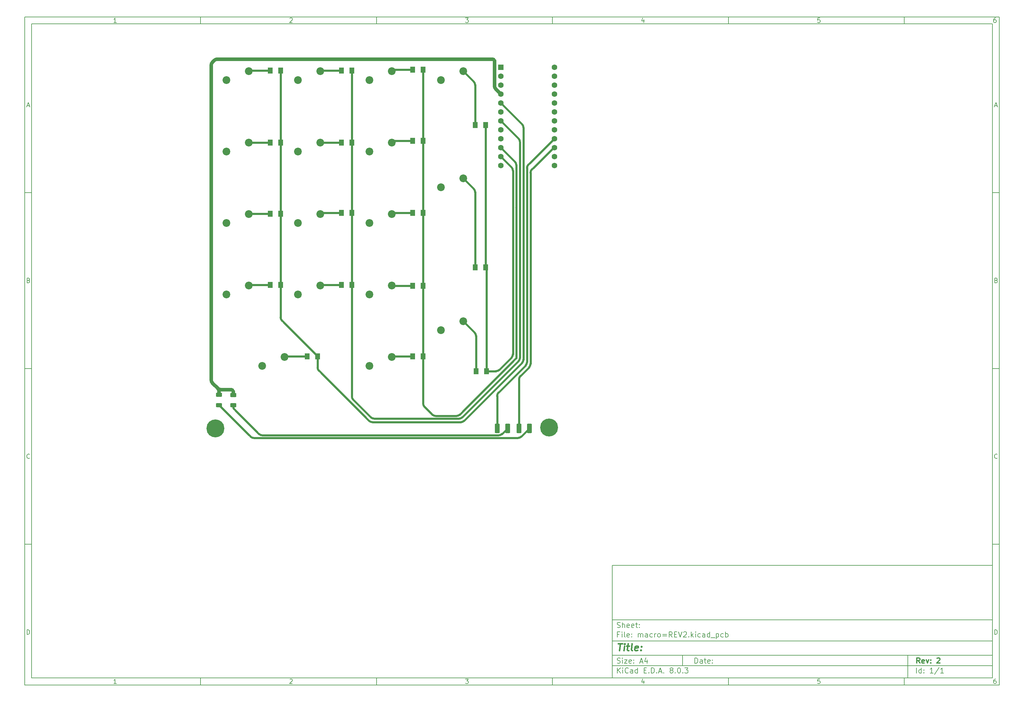
<source format=gbr>
%TF.GenerationSoftware,KiCad,Pcbnew,8.0.3*%
%TF.CreationDate,2024-06-20T00:33:24+02:00*%
%TF.ProjectId,macro=REV2,6d616372-6f3d-4524-9556-322e6b696361,2*%
%TF.SameCoordinates,Original*%
%TF.FileFunction,Copper,L1,Top*%
%TF.FilePolarity,Positive*%
%FSLAX46Y46*%
G04 Gerber Fmt 4.6, Leading zero omitted, Abs format (unit mm)*
G04 Created by KiCad (PCBNEW 8.0.3) date 2024-06-20 00:33:24*
%MOMM*%
%LPD*%
G01*
G04 APERTURE LIST*
G04 Aperture macros list*
%AMRoundRect*
0 Rectangle with rounded corners*
0 $1 Rounding radius*
0 $2 $3 $4 $5 $6 $7 $8 $9 X,Y pos of 4 corners*
0 Add a 4 corners polygon primitive as box body*
4,1,4,$2,$3,$4,$5,$6,$7,$8,$9,$2,$3,0*
0 Add four circle primitives for the rounded corners*
1,1,$1+$1,$2,$3*
1,1,$1+$1,$4,$5*
1,1,$1+$1,$6,$7*
1,1,$1+$1,$8,$9*
0 Add four rect primitives between the rounded corners*
20,1,$1+$1,$2,$3,$4,$5,0*
20,1,$1+$1,$4,$5,$6,$7,0*
20,1,$1+$1,$6,$7,$8,$9,0*
20,1,$1+$1,$8,$9,$2,$3,0*%
G04 Aperture macros list end*
%ADD10C,0.100000*%
%ADD11C,0.150000*%
%ADD12C,0.300000*%
%ADD13C,0.400000*%
%TA.AperFunction,SMDPad,CuDef*%
%ADD14RoundRect,0.250001X0.462499X0.624999X-0.462499X0.624999X-0.462499X-0.624999X0.462499X-0.624999X0*%
%TD*%
%TA.AperFunction,SMDPad,CuDef*%
%ADD15RoundRect,0.250000X0.625000X-0.312500X0.625000X0.312500X-0.625000X0.312500X-0.625000X-0.312500X0*%
%TD*%
%TA.AperFunction,ComponentPad*%
%ADD16C,2.200000*%
%TD*%
%TA.AperFunction,SMDPad,CuDef*%
%ADD17RoundRect,0.250001X0.462499X1.074999X-0.462499X1.074999X-0.462499X-1.074999X0.462499X-1.074999X0*%
%TD*%
%TA.AperFunction,ComponentPad*%
%ADD18R,1.600000X1.600000*%
%TD*%
%TA.AperFunction,ComponentPad*%
%ADD19C,1.600000*%
%TD*%
%TA.AperFunction,ViaPad*%
%ADD20C,5.100000*%
%TD*%
%TA.AperFunction,Conductor*%
%ADD21C,1.000000*%
%TD*%
%TA.AperFunction,Conductor*%
%ADD22C,0.250000*%
%TD*%
%TA.AperFunction,Conductor*%
%ADD23C,0.600000*%
%TD*%
G04 APERTURE END LIST*
D10*
D11*
X177002200Y-166007200D02*
X285002200Y-166007200D01*
X285002200Y-198007200D01*
X177002200Y-198007200D01*
X177002200Y-166007200D01*
D10*
D11*
X10000000Y-10000000D02*
X287002200Y-10000000D01*
X287002200Y-200007200D01*
X10000000Y-200007200D01*
X10000000Y-10000000D01*
D10*
D11*
X12000000Y-12000000D02*
X285002200Y-12000000D01*
X285002200Y-198007200D01*
X12000000Y-198007200D01*
X12000000Y-12000000D01*
D10*
D11*
X60000000Y-12000000D02*
X60000000Y-10000000D01*
D10*
D11*
X110000000Y-12000000D02*
X110000000Y-10000000D01*
D10*
D11*
X160000000Y-12000000D02*
X160000000Y-10000000D01*
D10*
D11*
X210000000Y-12000000D02*
X210000000Y-10000000D01*
D10*
D11*
X260000000Y-12000000D02*
X260000000Y-10000000D01*
D10*
D11*
X36089160Y-11593604D02*
X35346303Y-11593604D01*
X35717731Y-11593604D02*
X35717731Y-10293604D01*
X35717731Y-10293604D02*
X35593922Y-10479319D01*
X35593922Y-10479319D02*
X35470112Y-10603128D01*
X35470112Y-10603128D02*
X35346303Y-10665033D01*
D10*
D11*
X85346303Y-10417414D02*
X85408207Y-10355509D01*
X85408207Y-10355509D02*
X85532017Y-10293604D01*
X85532017Y-10293604D02*
X85841541Y-10293604D01*
X85841541Y-10293604D02*
X85965350Y-10355509D01*
X85965350Y-10355509D02*
X86027255Y-10417414D01*
X86027255Y-10417414D02*
X86089160Y-10541223D01*
X86089160Y-10541223D02*
X86089160Y-10665033D01*
X86089160Y-10665033D02*
X86027255Y-10850747D01*
X86027255Y-10850747D02*
X85284398Y-11593604D01*
X85284398Y-11593604D02*
X86089160Y-11593604D01*
D10*
D11*
X135284398Y-10293604D02*
X136089160Y-10293604D01*
X136089160Y-10293604D02*
X135655826Y-10788842D01*
X135655826Y-10788842D02*
X135841541Y-10788842D01*
X135841541Y-10788842D02*
X135965350Y-10850747D01*
X135965350Y-10850747D02*
X136027255Y-10912652D01*
X136027255Y-10912652D02*
X136089160Y-11036461D01*
X136089160Y-11036461D02*
X136089160Y-11345985D01*
X136089160Y-11345985D02*
X136027255Y-11469795D01*
X136027255Y-11469795D02*
X135965350Y-11531700D01*
X135965350Y-11531700D02*
X135841541Y-11593604D01*
X135841541Y-11593604D02*
X135470112Y-11593604D01*
X135470112Y-11593604D02*
X135346303Y-11531700D01*
X135346303Y-11531700D02*
X135284398Y-11469795D01*
D10*
D11*
X185965350Y-10726938D02*
X185965350Y-11593604D01*
X185655826Y-10231700D02*
X185346303Y-11160271D01*
X185346303Y-11160271D02*
X186151064Y-11160271D01*
D10*
D11*
X236027255Y-10293604D02*
X235408207Y-10293604D01*
X235408207Y-10293604D02*
X235346303Y-10912652D01*
X235346303Y-10912652D02*
X235408207Y-10850747D01*
X235408207Y-10850747D02*
X235532017Y-10788842D01*
X235532017Y-10788842D02*
X235841541Y-10788842D01*
X235841541Y-10788842D02*
X235965350Y-10850747D01*
X235965350Y-10850747D02*
X236027255Y-10912652D01*
X236027255Y-10912652D02*
X236089160Y-11036461D01*
X236089160Y-11036461D02*
X236089160Y-11345985D01*
X236089160Y-11345985D02*
X236027255Y-11469795D01*
X236027255Y-11469795D02*
X235965350Y-11531700D01*
X235965350Y-11531700D02*
X235841541Y-11593604D01*
X235841541Y-11593604D02*
X235532017Y-11593604D01*
X235532017Y-11593604D02*
X235408207Y-11531700D01*
X235408207Y-11531700D02*
X235346303Y-11469795D01*
D10*
D11*
X285965350Y-10293604D02*
X285717731Y-10293604D01*
X285717731Y-10293604D02*
X285593922Y-10355509D01*
X285593922Y-10355509D02*
X285532017Y-10417414D01*
X285532017Y-10417414D02*
X285408207Y-10603128D01*
X285408207Y-10603128D02*
X285346303Y-10850747D01*
X285346303Y-10850747D02*
X285346303Y-11345985D01*
X285346303Y-11345985D02*
X285408207Y-11469795D01*
X285408207Y-11469795D02*
X285470112Y-11531700D01*
X285470112Y-11531700D02*
X285593922Y-11593604D01*
X285593922Y-11593604D02*
X285841541Y-11593604D01*
X285841541Y-11593604D02*
X285965350Y-11531700D01*
X285965350Y-11531700D02*
X286027255Y-11469795D01*
X286027255Y-11469795D02*
X286089160Y-11345985D01*
X286089160Y-11345985D02*
X286089160Y-11036461D01*
X286089160Y-11036461D02*
X286027255Y-10912652D01*
X286027255Y-10912652D02*
X285965350Y-10850747D01*
X285965350Y-10850747D02*
X285841541Y-10788842D01*
X285841541Y-10788842D02*
X285593922Y-10788842D01*
X285593922Y-10788842D02*
X285470112Y-10850747D01*
X285470112Y-10850747D02*
X285408207Y-10912652D01*
X285408207Y-10912652D02*
X285346303Y-11036461D01*
D10*
D11*
X60000000Y-198007200D02*
X60000000Y-200007200D01*
D10*
D11*
X110000000Y-198007200D02*
X110000000Y-200007200D01*
D10*
D11*
X160000000Y-198007200D02*
X160000000Y-200007200D01*
D10*
D11*
X210000000Y-198007200D02*
X210000000Y-200007200D01*
D10*
D11*
X260000000Y-198007200D02*
X260000000Y-200007200D01*
D10*
D11*
X36089160Y-199600804D02*
X35346303Y-199600804D01*
X35717731Y-199600804D02*
X35717731Y-198300804D01*
X35717731Y-198300804D02*
X35593922Y-198486519D01*
X35593922Y-198486519D02*
X35470112Y-198610328D01*
X35470112Y-198610328D02*
X35346303Y-198672233D01*
D10*
D11*
X85346303Y-198424614D02*
X85408207Y-198362709D01*
X85408207Y-198362709D02*
X85532017Y-198300804D01*
X85532017Y-198300804D02*
X85841541Y-198300804D01*
X85841541Y-198300804D02*
X85965350Y-198362709D01*
X85965350Y-198362709D02*
X86027255Y-198424614D01*
X86027255Y-198424614D02*
X86089160Y-198548423D01*
X86089160Y-198548423D02*
X86089160Y-198672233D01*
X86089160Y-198672233D02*
X86027255Y-198857947D01*
X86027255Y-198857947D02*
X85284398Y-199600804D01*
X85284398Y-199600804D02*
X86089160Y-199600804D01*
D10*
D11*
X135284398Y-198300804D02*
X136089160Y-198300804D01*
X136089160Y-198300804D02*
X135655826Y-198796042D01*
X135655826Y-198796042D02*
X135841541Y-198796042D01*
X135841541Y-198796042D02*
X135965350Y-198857947D01*
X135965350Y-198857947D02*
X136027255Y-198919852D01*
X136027255Y-198919852D02*
X136089160Y-199043661D01*
X136089160Y-199043661D02*
X136089160Y-199353185D01*
X136089160Y-199353185D02*
X136027255Y-199476995D01*
X136027255Y-199476995D02*
X135965350Y-199538900D01*
X135965350Y-199538900D02*
X135841541Y-199600804D01*
X135841541Y-199600804D02*
X135470112Y-199600804D01*
X135470112Y-199600804D02*
X135346303Y-199538900D01*
X135346303Y-199538900D02*
X135284398Y-199476995D01*
D10*
D11*
X185965350Y-198734138D02*
X185965350Y-199600804D01*
X185655826Y-198238900D02*
X185346303Y-199167471D01*
X185346303Y-199167471D02*
X186151064Y-199167471D01*
D10*
D11*
X236027255Y-198300804D02*
X235408207Y-198300804D01*
X235408207Y-198300804D02*
X235346303Y-198919852D01*
X235346303Y-198919852D02*
X235408207Y-198857947D01*
X235408207Y-198857947D02*
X235532017Y-198796042D01*
X235532017Y-198796042D02*
X235841541Y-198796042D01*
X235841541Y-198796042D02*
X235965350Y-198857947D01*
X235965350Y-198857947D02*
X236027255Y-198919852D01*
X236027255Y-198919852D02*
X236089160Y-199043661D01*
X236089160Y-199043661D02*
X236089160Y-199353185D01*
X236089160Y-199353185D02*
X236027255Y-199476995D01*
X236027255Y-199476995D02*
X235965350Y-199538900D01*
X235965350Y-199538900D02*
X235841541Y-199600804D01*
X235841541Y-199600804D02*
X235532017Y-199600804D01*
X235532017Y-199600804D02*
X235408207Y-199538900D01*
X235408207Y-199538900D02*
X235346303Y-199476995D01*
D10*
D11*
X285965350Y-198300804D02*
X285717731Y-198300804D01*
X285717731Y-198300804D02*
X285593922Y-198362709D01*
X285593922Y-198362709D02*
X285532017Y-198424614D01*
X285532017Y-198424614D02*
X285408207Y-198610328D01*
X285408207Y-198610328D02*
X285346303Y-198857947D01*
X285346303Y-198857947D02*
X285346303Y-199353185D01*
X285346303Y-199353185D02*
X285408207Y-199476995D01*
X285408207Y-199476995D02*
X285470112Y-199538900D01*
X285470112Y-199538900D02*
X285593922Y-199600804D01*
X285593922Y-199600804D02*
X285841541Y-199600804D01*
X285841541Y-199600804D02*
X285965350Y-199538900D01*
X285965350Y-199538900D02*
X286027255Y-199476995D01*
X286027255Y-199476995D02*
X286089160Y-199353185D01*
X286089160Y-199353185D02*
X286089160Y-199043661D01*
X286089160Y-199043661D02*
X286027255Y-198919852D01*
X286027255Y-198919852D02*
X285965350Y-198857947D01*
X285965350Y-198857947D02*
X285841541Y-198796042D01*
X285841541Y-198796042D02*
X285593922Y-198796042D01*
X285593922Y-198796042D02*
X285470112Y-198857947D01*
X285470112Y-198857947D02*
X285408207Y-198919852D01*
X285408207Y-198919852D02*
X285346303Y-199043661D01*
D10*
D11*
X10000000Y-60000000D02*
X12000000Y-60000000D01*
D10*
D11*
X10000000Y-110000000D02*
X12000000Y-110000000D01*
D10*
D11*
X10000000Y-160000000D02*
X12000000Y-160000000D01*
D10*
D11*
X10690476Y-35222176D02*
X11309523Y-35222176D01*
X10566666Y-35593604D02*
X10999999Y-34293604D01*
X10999999Y-34293604D02*
X11433333Y-35593604D01*
D10*
D11*
X11092857Y-84912652D02*
X11278571Y-84974557D01*
X11278571Y-84974557D02*
X11340476Y-85036461D01*
X11340476Y-85036461D02*
X11402380Y-85160271D01*
X11402380Y-85160271D02*
X11402380Y-85345985D01*
X11402380Y-85345985D02*
X11340476Y-85469795D01*
X11340476Y-85469795D02*
X11278571Y-85531700D01*
X11278571Y-85531700D02*
X11154761Y-85593604D01*
X11154761Y-85593604D02*
X10659523Y-85593604D01*
X10659523Y-85593604D02*
X10659523Y-84293604D01*
X10659523Y-84293604D02*
X11092857Y-84293604D01*
X11092857Y-84293604D02*
X11216666Y-84355509D01*
X11216666Y-84355509D02*
X11278571Y-84417414D01*
X11278571Y-84417414D02*
X11340476Y-84541223D01*
X11340476Y-84541223D02*
X11340476Y-84665033D01*
X11340476Y-84665033D02*
X11278571Y-84788842D01*
X11278571Y-84788842D02*
X11216666Y-84850747D01*
X11216666Y-84850747D02*
X11092857Y-84912652D01*
X11092857Y-84912652D02*
X10659523Y-84912652D01*
D10*
D11*
X11402380Y-135469795D02*
X11340476Y-135531700D01*
X11340476Y-135531700D02*
X11154761Y-135593604D01*
X11154761Y-135593604D02*
X11030952Y-135593604D01*
X11030952Y-135593604D02*
X10845238Y-135531700D01*
X10845238Y-135531700D02*
X10721428Y-135407890D01*
X10721428Y-135407890D02*
X10659523Y-135284080D01*
X10659523Y-135284080D02*
X10597619Y-135036461D01*
X10597619Y-135036461D02*
X10597619Y-134850747D01*
X10597619Y-134850747D02*
X10659523Y-134603128D01*
X10659523Y-134603128D02*
X10721428Y-134479319D01*
X10721428Y-134479319D02*
X10845238Y-134355509D01*
X10845238Y-134355509D02*
X11030952Y-134293604D01*
X11030952Y-134293604D02*
X11154761Y-134293604D01*
X11154761Y-134293604D02*
X11340476Y-134355509D01*
X11340476Y-134355509D02*
X11402380Y-134417414D01*
D10*
D11*
X10659523Y-185593604D02*
X10659523Y-184293604D01*
X10659523Y-184293604D02*
X10969047Y-184293604D01*
X10969047Y-184293604D02*
X11154761Y-184355509D01*
X11154761Y-184355509D02*
X11278571Y-184479319D01*
X11278571Y-184479319D02*
X11340476Y-184603128D01*
X11340476Y-184603128D02*
X11402380Y-184850747D01*
X11402380Y-184850747D02*
X11402380Y-185036461D01*
X11402380Y-185036461D02*
X11340476Y-185284080D01*
X11340476Y-185284080D02*
X11278571Y-185407890D01*
X11278571Y-185407890D02*
X11154761Y-185531700D01*
X11154761Y-185531700D02*
X10969047Y-185593604D01*
X10969047Y-185593604D02*
X10659523Y-185593604D01*
D10*
D11*
X287002200Y-60000000D02*
X285002200Y-60000000D01*
D10*
D11*
X287002200Y-110000000D02*
X285002200Y-110000000D01*
D10*
D11*
X287002200Y-160000000D02*
X285002200Y-160000000D01*
D10*
D11*
X285692676Y-35222176D02*
X286311723Y-35222176D01*
X285568866Y-35593604D02*
X286002199Y-34293604D01*
X286002199Y-34293604D02*
X286435533Y-35593604D01*
D10*
D11*
X286095057Y-84912652D02*
X286280771Y-84974557D01*
X286280771Y-84974557D02*
X286342676Y-85036461D01*
X286342676Y-85036461D02*
X286404580Y-85160271D01*
X286404580Y-85160271D02*
X286404580Y-85345985D01*
X286404580Y-85345985D02*
X286342676Y-85469795D01*
X286342676Y-85469795D02*
X286280771Y-85531700D01*
X286280771Y-85531700D02*
X286156961Y-85593604D01*
X286156961Y-85593604D02*
X285661723Y-85593604D01*
X285661723Y-85593604D02*
X285661723Y-84293604D01*
X285661723Y-84293604D02*
X286095057Y-84293604D01*
X286095057Y-84293604D02*
X286218866Y-84355509D01*
X286218866Y-84355509D02*
X286280771Y-84417414D01*
X286280771Y-84417414D02*
X286342676Y-84541223D01*
X286342676Y-84541223D02*
X286342676Y-84665033D01*
X286342676Y-84665033D02*
X286280771Y-84788842D01*
X286280771Y-84788842D02*
X286218866Y-84850747D01*
X286218866Y-84850747D02*
X286095057Y-84912652D01*
X286095057Y-84912652D02*
X285661723Y-84912652D01*
D10*
D11*
X286404580Y-135469795D02*
X286342676Y-135531700D01*
X286342676Y-135531700D02*
X286156961Y-135593604D01*
X286156961Y-135593604D02*
X286033152Y-135593604D01*
X286033152Y-135593604D02*
X285847438Y-135531700D01*
X285847438Y-135531700D02*
X285723628Y-135407890D01*
X285723628Y-135407890D02*
X285661723Y-135284080D01*
X285661723Y-135284080D02*
X285599819Y-135036461D01*
X285599819Y-135036461D02*
X285599819Y-134850747D01*
X285599819Y-134850747D02*
X285661723Y-134603128D01*
X285661723Y-134603128D02*
X285723628Y-134479319D01*
X285723628Y-134479319D02*
X285847438Y-134355509D01*
X285847438Y-134355509D02*
X286033152Y-134293604D01*
X286033152Y-134293604D02*
X286156961Y-134293604D01*
X286156961Y-134293604D02*
X286342676Y-134355509D01*
X286342676Y-134355509D02*
X286404580Y-134417414D01*
D10*
D11*
X285661723Y-185593604D02*
X285661723Y-184293604D01*
X285661723Y-184293604D02*
X285971247Y-184293604D01*
X285971247Y-184293604D02*
X286156961Y-184355509D01*
X286156961Y-184355509D02*
X286280771Y-184479319D01*
X286280771Y-184479319D02*
X286342676Y-184603128D01*
X286342676Y-184603128D02*
X286404580Y-184850747D01*
X286404580Y-184850747D02*
X286404580Y-185036461D01*
X286404580Y-185036461D02*
X286342676Y-185284080D01*
X286342676Y-185284080D02*
X286280771Y-185407890D01*
X286280771Y-185407890D02*
X286156961Y-185531700D01*
X286156961Y-185531700D02*
X285971247Y-185593604D01*
X285971247Y-185593604D02*
X285661723Y-185593604D01*
D10*
D11*
X200458026Y-193793328D02*
X200458026Y-192293328D01*
X200458026Y-192293328D02*
X200815169Y-192293328D01*
X200815169Y-192293328D02*
X201029455Y-192364757D01*
X201029455Y-192364757D02*
X201172312Y-192507614D01*
X201172312Y-192507614D02*
X201243741Y-192650471D01*
X201243741Y-192650471D02*
X201315169Y-192936185D01*
X201315169Y-192936185D02*
X201315169Y-193150471D01*
X201315169Y-193150471D02*
X201243741Y-193436185D01*
X201243741Y-193436185D02*
X201172312Y-193579042D01*
X201172312Y-193579042D02*
X201029455Y-193721900D01*
X201029455Y-193721900D02*
X200815169Y-193793328D01*
X200815169Y-193793328D02*
X200458026Y-193793328D01*
X202600884Y-193793328D02*
X202600884Y-193007614D01*
X202600884Y-193007614D02*
X202529455Y-192864757D01*
X202529455Y-192864757D02*
X202386598Y-192793328D01*
X202386598Y-192793328D02*
X202100884Y-192793328D01*
X202100884Y-192793328D02*
X201958026Y-192864757D01*
X202600884Y-193721900D02*
X202458026Y-193793328D01*
X202458026Y-193793328D02*
X202100884Y-193793328D01*
X202100884Y-193793328D02*
X201958026Y-193721900D01*
X201958026Y-193721900D02*
X201886598Y-193579042D01*
X201886598Y-193579042D02*
X201886598Y-193436185D01*
X201886598Y-193436185D02*
X201958026Y-193293328D01*
X201958026Y-193293328D02*
X202100884Y-193221900D01*
X202100884Y-193221900D02*
X202458026Y-193221900D01*
X202458026Y-193221900D02*
X202600884Y-193150471D01*
X203100884Y-192793328D02*
X203672312Y-192793328D01*
X203315169Y-192293328D02*
X203315169Y-193579042D01*
X203315169Y-193579042D02*
X203386598Y-193721900D01*
X203386598Y-193721900D02*
X203529455Y-193793328D01*
X203529455Y-193793328D02*
X203672312Y-193793328D01*
X204743741Y-193721900D02*
X204600884Y-193793328D01*
X204600884Y-193793328D02*
X204315170Y-193793328D01*
X204315170Y-193793328D02*
X204172312Y-193721900D01*
X204172312Y-193721900D02*
X204100884Y-193579042D01*
X204100884Y-193579042D02*
X204100884Y-193007614D01*
X204100884Y-193007614D02*
X204172312Y-192864757D01*
X204172312Y-192864757D02*
X204315170Y-192793328D01*
X204315170Y-192793328D02*
X204600884Y-192793328D01*
X204600884Y-192793328D02*
X204743741Y-192864757D01*
X204743741Y-192864757D02*
X204815170Y-193007614D01*
X204815170Y-193007614D02*
X204815170Y-193150471D01*
X204815170Y-193150471D02*
X204100884Y-193293328D01*
X205458026Y-193650471D02*
X205529455Y-193721900D01*
X205529455Y-193721900D02*
X205458026Y-193793328D01*
X205458026Y-193793328D02*
X205386598Y-193721900D01*
X205386598Y-193721900D02*
X205458026Y-193650471D01*
X205458026Y-193650471D02*
X205458026Y-193793328D01*
X205458026Y-192864757D02*
X205529455Y-192936185D01*
X205529455Y-192936185D02*
X205458026Y-193007614D01*
X205458026Y-193007614D02*
X205386598Y-192936185D01*
X205386598Y-192936185D02*
X205458026Y-192864757D01*
X205458026Y-192864757D02*
X205458026Y-193007614D01*
D10*
D11*
X177002200Y-194507200D02*
X285002200Y-194507200D01*
D10*
D11*
X178458026Y-196593328D02*
X178458026Y-195093328D01*
X179315169Y-196593328D02*
X178672312Y-195736185D01*
X179315169Y-195093328D02*
X178458026Y-195950471D01*
X179958026Y-196593328D02*
X179958026Y-195593328D01*
X179958026Y-195093328D02*
X179886598Y-195164757D01*
X179886598Y-195164757D02*
X179958026Y-195236185D01*
X179958026Y-195236185D02*
X180029455Y-195164757D01*
X180029455Y-195164757D02*
X179958026Y-195093328D01*
X179958026Y-195093328D02*
X179958026Y-195236185D01*
X181529455Y-196450471D02*
X181458027Y-196521900D01*
X181458027Y-196521900D02*
X181243741Y-196593328D01*
X181243741Y-196593328D02*
X181100884Y-196593328D01*
X181100884Y-196593328D02*
X180886598Y-196521900D01*
X180886598Y-196521900D02*
X180743741Y-196379042D01*
X180743741Y-196379042D02*
X180672312Y-196236185D01*
X180672312Y-196236185D02*
X180600884Y-195950471D01*
X180600884Y-195950471D02*
X180600884Y-195736185D01*
X180600884Y-195736185D02*
X180672312Y-195450471D01*
X180672312Y-195450471D02*
X180743741Y-195307614D01*
X180743741Y-195307614D02*
X180886598Y-195164757D01*
X180886598Y-195164757D02*
X181100884Y-195093328D01*
X181100884Y-195093328D02*
X181243741Y-195093328D01*
X181243741Y-195093328D02*
X181458027Y-195164757D01*
X181458027Y-195164757D02*
X181529455Y-195236185D01*
X182815170Y-196593328D02*
X182815170Y-195807614D01*
X182815170Y-195807614D02*
X182743741Y-195664757D01*
X182743741Y-195664757D02*
X182600884Y-195593328D01*
X182600884Y-195593328D02*
X182315170Y-195593328D01*
X182315170Y-195593328D02*
X182172312Y-195664757D01*
X182815170Y-196521900D02*
X182672312Y-196593328D01*
X182672312Y-196593328D02*
X182315170Y-196593328D01*
X182315170Y-196593328D02*
X182172312Y-196521900D01*
X182172312Y-196521900D02*
X182100884Y-196379042D01*
X182100884Y-196379042D02*
X182100884Y-196236185D01*
X182100884Y-196236185D02*
X182172312Y-196093328D01*
X182172312Y-196093328D02*
X182315170Y-196021900D01*
X182315170Y-196021900D02*
X182672312Y-196021900D01*
X182672312Y-196021900D02*
X182815170Y-195950471D01*
X184172313Y-196593328D02*
X184172313Y-195093328D01*
X184172313Y-196521900D02*
X184029455Y-196593328D01*
X184029455Y-196593328D02*
X183743741Y-196593328D01*
X183743741Y-196593328D02*
X183600884Y-196521900D01*
X183600884Y-196521900D02*
X183529455Y-196450471D01*
X183529455Y-196450471D02*
X183458027Y-196307614D01*
X183458027Y-196307614D02*
X183458027Y-195879042D01*
X183458027Y-195879042D02*
X183529455Y-195736185D01*
X183529455Y-195736185D02*
X183600884Y-195664757D01*
X183600884Y-195664757D02*
X183743741Y-195593328D01*
X183743741Y-195593328D02*
X184029455Y-195593328D01*
X184029455Y-195593328D02*
X184172313Y-195664757D01*
X186029455Y-195807614D02*
X186529455Y-195807614D01*
X186743741Y-196593328D02*
X186029455Y-196593328D01*
X186029455Y-196593328D02*
X186029455Y-195093328D01*
X186029455Y-195093328D02*
X186743741Y-195093328D01*
X187386598Y-196450471D02*
X187458027Y-196521900D01*
X187458027Y-196521900D02*
X187386598Y-196593328D01*
X187386598Y-196593328D02*
X187315170Y-196521900D01*
X187315170Y-196521900D02*
X187386598Y-196450471D01*
X187386598Y-196450471D02*
X187386598Y-196593328D01*
X188100884Y-196593328D02*
X188100884Y-195093328D01*
X188100884Y-195093328D02*
X188458027Y-195093328D01*
X188458027Y-195093328D02*
X188672313Y-195164757D01*
X188672313Y-195164757D02*
X188815170Y-195307614D01*
X188815170Y-195307614D02*
X188886599Y-195450471D01*
X188886599Y-195450471D02*
X188958027Y-195736185D01*
X188958027Y-195736185D02*
X188958027Y-195950471D01*
X188958027Y-195950471D02*
X188886599Y-196236185D01*
X188886599Y-196236185D02*
X188815170Y-196379042D01*
X188815170Y-196379042D02*
X188672313Y-196521900D01*
X188672313Y-196521900D02*
X188458027Y-196593328D01*
X188458027Y-196593328D02*
X188100884Y-196593328D01*
X189600884Y-196450471D02*
X189672313Y-196521900D01*
X189672313Y-196521900D02*
X189600884Y-196593328D01*
X189600884Y-196593328D02*
X189529456Y-196521900D01*
X189529456Y-196521900D02*
X189600884Y-196450471D01*
X189600884Y-196450471D02*
X189600884Y-196593328D01*
X190243742Y-196164757D02*
X190958028Y-196164757D01*
X190100885Y-196593328D02*
X190600885Y-195093328D01*
X190600885Y-195093328D02*
X191100885Y-196593328D01*
X191600884Y-196450471D02*
X191672313Y-196521900D01*
X191672313Y-196521900D02*
X191600884Y-196593328D01*
X191600884Y-196593328D02*
X191529456Y-196521900D01*
X191529456Y-196521900D02*
X191600884Y-196450471D01*
X191600884Y-196450471D02*
X191600884Y-196593328D01*
X193672313Y-195736185D02*
X193529456Y-195664757D01*
X193529456Y-195664757D02*
X193458027Y-195593328D01*
X193458027Y-195593328D02*
X193386599Y-195450471D01*
X193386599Y-195450471D02*
X193386599Y-195379042D01*
X193386599Y-195379042D02*
X193458027Y-195236185D01*
X193458027Y-195236185D02*
X193529456Y-195164757D01*
X193529456Y-195164757D02*
X193672313Y-195093328D01*
X193672313Y-195093328D02*
X193958027Y-195093328D01*
X193958027Y-195093328D02*
X194100885Y-195164757D01*
X194100885Y-195164757D02*
X194172313Y-195236185D01*
X194172313Y-195236185D02*
X194243742Y-195379042D01*
X194243742Y-195379042D02*
X194243742Y-195450471D01*
X194243742Y-195450471D02*
X194172313Y-195593328D01*
X194172313Y-195593328D02*
X194100885Y-195664757D01*
X194100885Y-195664757D02*
X193958027Y-195736185D01*
X193958027Y-195736185D02*
X193672313Y-195736185D01*
X193672313Y-195736185D02*
X193529456Y-195807614D01*
X193529456Y-195807614D02*
X193458027Y-195879042D01*
X193458027Y-195879042D02*
X193386599Y-196021900D01*
X193386599Y-196021900D02*
X193386599Y-196307614D01*
X193386599Y-196307614D02*
X193458027Y-196450471D01*
X193458027Y-196450471D02*
X193529456Y-196521900D01*
X193529456Y-196521900D02*
X193672313Y-196593328D01*
X193672313Y-196593328D02*
X193958027Y-196593328D01*
X193958027Y-196593328D02*
X194100885Y-196521900D01*
X194100885Y-196521900D02*
X194172313Y-196450471D01*
X194172313Y-196450471D02*
X194243742Y-196307614D01*
X194243742Y-196307614D02*
X194243742Y-196021900D01*
X194243742Y-196021900D02*
X194172313Y-195879042D01*
X194172313Y-195879042D02*
X194100885Y-195807614D01*
X194100885Y-195807614D02*
X193958027Y-195736185D01*
X194886598Y-196450471D02*
X194958027Y-196521900D01*
X194958027Y-196521900D02*
X194886598Y-196593328D01*
X194886598Y-196593328D02*
X194815170Y-196521900D01*
X194815170Y-196521900D02*
X194886598Y-196450471D01*
X194886598Y-196450471D02*
X194886598Y-196593328D01*
X195886599Y-195093328D02*
X196029456Y-195093328D01*
X196029456Y-195093328D02*
X196172313Y-195164757D01*
X196172313Y-195164757D02*
X196243742Y-195236185D01*
X196243742Y-195236185D02*
X196315170Y-195379042D01*
X196315170Y-195379042D02*
X196386599Y-195664757D01*
X196386599Y-195664757D02*
X196386599Y-196021900D01*
X196386599Y-196021900D02*
X196315170Y-196307614D01*
X196315170Y-196307614D02*
X196243742Y-196450471D01*
X196243742Y-196450471D02*
X196172313Y-196521900D01*
X196172313Y-196521900D02*
X196029456Y-196593328D01*
X196029456Y-196593328D02*
X195886599Y-196593328D01*
X195886599Y-196593328D02*
X195743742Y-196521900D01*
X195743742Y-196521900D02*
X195672313Y-196450471D01*
X195672313Y-196450471D02*
X195600884Y-196307614D01*
X195600884Y-196307614D02*
X195529456Y-196021900D01*
X195529456Y-196021900D02*
X195529456Y-195664757D01*
X195529456Y-195664757D02*
X195600884Y-195379042D01*
X195600884Y-195379042D02*
X195672313Y-195236185D01*
X195672313Y-195236185D02*
X195743742Y-195164757D01*
X195743742Y-195164757D02*
X195886599Y-195093328D01*
X197029455Y-196450471D02*
X197100884Y-196521900D01*
X197100884Y-196521900D02*
X197029455Y-196593328D01*
X197029455Y-196593328D02*
X196958027Y-196521900D01*
X196958027Y-196521900D02*
X197029455Y-196450471D01*
X197029455Y-196450471D02*
X197029455Y-196593328D01*
X197600884Y-195093328D02*
X198529456Y-195093328D01*
X198529456Y-195093328D02*
X198029456Y-195664757D01*
X198029456Y-195664757D02*
X198243741Y-195664757D01*
X198243741Y-195664757D02*
X198386599Y-195736185D01*
X198386599Y-195736185D02*
X198458027Y-195807614D01*
X198458027Y-195807614D02*
X198529456Y-195950471D01*
X198529456Y-195950471D02*
X198529456Y-196307614D01*
X198529456Y-196307614D02*
X198458027Y-196450471D01*
X198458027Y-196450471D02*
X198386599Y-196521900D01*
X198386599Y-196521900D02*
X198243741Y-196593328D01*
X198243741Y-196593328D02*
X197815170Y-196593328D01*
X197815170Y-196593328D02*
X197672313Y-196521900D01*
X197672313Y-196521900D02*
X197600884Y-196450471D01*
D10*
D11*
X177002200Y-191507200D02*
X285002200Y-191507200D01*
D10*
D12*
X264413853Y-193785528D02*
X263913853Y-193071242D01*
X263556710Y-193785528D02*
X263556710Y-192285528D01*
X263556710Y-192285528D02*
X264128139Y-192285528D01*
X264128139Y-192285528D02*
X264270996Y-192356957D01*
X264270996Y-192356957D02*
X264342425Y-192428385D01*
X264342425Y-192428385D02*
X264413853Y-192571242D01*
X264413853Y-192571242D02*
X264413853Y-192785528D01*
X264413853Y-192785528D02*
X264342425Y-192928385D01*
X264342425Y-192928385D02*
X264270996Y-192999814D01*
X264270996Y-192999814D02*
X264128139Y-193071242D01*
X264128139Y-193071242D02*
X263556710Y-193071242D01*
X265628139Y-193714100D02*
X265485282Y-193785528D01*
X265485282Y-193785528D02*
X265199568Y-193785528D01*
X265199568Y-193785528D02*
X265056710Y-193714100D01*
X265056710Y-193714100D02*
X264985282Y-193571242D01*
X264985282Y-193571242D02*
X264985282Y-192999814D01*
X264985282Y-192999814D02*
X265056710Y-192856957D01*
X265056710Y-192856957D02*
X265199568Y-192785528D01*
X265199568Y-192785528D02*
X265485282Y-192785528D01*
X265485282Y-192785528D02*
X265628139Y-192856957D01*
X265628139Y-192856957D02*
X265699568Y-192999814D01*
X265699568Y-192999814D02*
X265699568Y-193142671D01*
X265699568Y-193142671D02*
X264985282Y-193285528D01*
X266199567Y-192785528D02*
X266556710Y-193785528D01*
X266556710Y-193785528D02*
X266913853Y-192785528D01*
X267485281Y-193642671D02*
X267556710Y-193714100D01*
X267556710Y-193714100D02*
X267485281Y-193785528D01*
X267485281Y-193785528D02*
X267413853Y-193714100D01*
X267413853Y-193714100D02*
X267485281Y-193642671D01*
X267485281Y-193642671D02*
X267485281Y-193785528D01*
X267485281Y-192856957D02*
X267556710Y-192928385D01*
X267556710Y-192928385D02*
X267485281Y-192999814D01*
X267485281Y-192999814D02*
X267413853Y-192928385D01*
X267413853Y-192928385D02*
X267485281Y-192856957D01*
X267485281Y-192856957D02*
X267485281Y-192999814D01*
X269270996Y-192428385D02*
X269342424Y-192356957D01*
X269342424Y-192356957D02*
X269485282Y-192285528D01*
X269485282Y-192285528D02*
X269842424Y-192285528D01*
X269842424Y-192285528D02*
X269985282Y-192356957D01*
X269985282Y-192356957D02*
X270056710Y-192428385D01*
X270056710Y-192428385D02*
X270128139Y-192571242D01*
X270128139Y-192571242D02*
X270128139Y-192714100D01*
X270128139Y-192714100D02*
X270056710Y-192928385D01*
X270056710Y-192928385D02*
X269199567Y-193785528D01*
X269199567Y-193785528D02*
X270128139Y-193785528D01*
D10*
D11*
X178386598Y-193721900D02*
X178600884Y-193793328D01*
X178600884Y-193793328D02*
X178958026Y-193793328D01*
X178958026Y-193793328D02*
X179100884Y-193721900D01*
X179100884Y-193721900D02*
X179172312Y-193650471D01*
X179172312Y-193650471D02*
X179243741Y-193507614D01*
X179243741Y-193507614D02*
X179243741Y-193364757D01*
X179243741Y-193364757D02*
X179172312Y-193221900D01*
X179172312Y-193221900D02*
X179100884Y-193150471D01*
X179100884Y-193150471D02*
X178958026Y-193079042D01*
X178958026Y-193079042D02*
X178672312Y-193007614D01*
X178672312Y-193007614D02*
X178529455Y-192936185D01*
X178529455Y-192936185D02*
X178458026Y-192864757D01*
X178458026Y-192864757D02*
X178386598Y-192721900D01*
X178386598Y-192721900D02*
X178386598Y-192579042D01*
X178386598Y-192579042D02*
X178458026Y-192436185D01*
X178458026Y-192436185D02*
X178529455Y-192364757D01*
X178529455Y-192364757D02*
X178672312Y-192293328D01*
X178672312Y-192293328D02*
X179029455Y-192293328D01*
X179029455Y-192293328D02*
X179243741Y-192364757D01*
X179886597Y-193793328D02*
X179886597Y-192793328D01*
X179886597Y-192293328D02*
X179815169Y-192364757D01*
X179815169Y-192364757D02*
X179886597Y-192436185D01*
X179886597Y-192436185D02*
X179958026Y-192364757D01*
X179958026Y-192364757D02*
X179886597Y-192293328D01*
X179886597Y-192293328D02*
X179886597Y-192436185D01*
X180458026Y-192793328D02*
X181243741Y-192793328D01*
X181243741Y-192793328D02*
X180458026Y-193793328D01*
X180458026Y-193793328D02*
X181243741Y-193793328D01*
X182386598Y-193721900D02*
X182243741Y-193793328D01*
X182243741Y-193793328D02*
X181958027Y-193793328D01*
X181958027Y-193793328D02*
X181815169Y-193721900D01*
X181815169Y-193721900D02*
X181743741Y-193579042D01*
X181743741Y-193579042D02*
X181743741Y-193007614D01*
X181743741Y-193007614D02*
X181815169Y-192864757D01*
X181815169Y-192864757D02*
X181958027Y-192793328D01*
X181958027Y-192793328D02*
X182243741Y-192793328D01*
X182243741Y-192793328D02*
X182386598Y-192864757D01*
X182386598Y-192864757D02*
X182458027Y-193007614D01*
X182458027Y-193007614D02*
X182458027Y-193150471D01*
X182458027Y-193150471D02*
X181743741Y-193293328D01*
X183100883Y-193650471D02*
X183172312Y-193721900D01*
X183172312Y-193721900D02*
X183100883Y-193793328D01*
X183100883Y-193793328D02*
X183029455Y-193721900D01*
X183029455Y-193721900D02*
X183100883Y-193650471D01*
X183100883Y-193650471D02*
X183100883Y-193793328D01*
X183100883Y-192864757D02*
X183172312Y-192936185D01*
X183172312Y-192936185D02*
X183100883Y-193007614D01*
X183100883Y-193007614D02*
X183029455Y-192936185D01*
X183029455Y-192936185D02*
X183100883Y-192864757D01*
X183100883Y-192864757D02*
X183100883Y-193007614D01*
X184886598Y-193364757D02*
X185600884Y-193364757D01*
X184743741Y-193793328D02*
X185243741Y-192293328D01*
X185243741Y-192293328D02*
X185743741Y-193793328D01*
X186886598Y-192793328D02*
X186886598Y-193793328D01*
X186529455Y-192221900D02*
X186172312Y-193293328D01*
X186172312Y-193293328D02*
X187100883Y-193293328D01*
D10*
D11*
X263458026Y-196593328D02*
X263458026Y-195093328D01*
X264815170Y-196593328D02*
X264815170Y-195093328D01*
X264815170Y-196521900D02*
X264672312Y-196593328D01*
X264672312Y-196593328D02*
X264386598Y-196593328D01*
X264386598Y-196593328D02*
X264243741Y-196521900D01*
X264243741Y-196521900D02*
X264172312Y-196450471D01*
X264172312Y-196450471D02*
X264100884Y-196307614D01*
X264100884Y-196307614D02*
X264100884Y-195879042D01*
X264100884Y-195879042D02*
X264172312Y-195736185D01*
X264172312Y-195736185D02*
X264243741Y-195664757D01*
X264243741Y-195664757D02*
X264386598Y-195593328D01*
X264386598Y-195593328D02*
X264672312Y-195593328D01*
X264672312Y-195593328D02*
X264815170Y-195664757D01*
X265529455Y-196450471D02*
X265600884Y-196521900D01*
X265600884Y-196521900D02*
X265529455Y-196593328D01*
X265529455Y-196593328D02*
X265458027Y-196521900D01*
X265458027Y-196521900D02*
X265529455Y-196450471D01*
X265529455Y-196450471D02*
X265529455Y-196593328D01*
X265529455Y-195664757D02*
X265600884Y-195736185D01*
X265600884Y-195736185D02*
X265529455Y-195807614D01*
X265529455Y-195807614D02*
X265458027Y-195736185D01*
X265458027Y-195736185D02*
X265529455Y-195664757D01*
X265529455Y-195664757D02*
X265529455Y-195807614D01*
X268172313Y-196593328D02*
X267315170Y-196593328D01*
X267743741Y-196593328D02*
X267743741Y-195093328D01*
X267743741Y-195093328D02*
X267600884Y-195307614D01*
X267600884Y-195307614D02*
X267458027Y-195450471D01*
X267458027Y-195450471D02*
X267315170Y-195521900D01*
X269886598Y-195021900D02*
X268600884Y-196950471D01*
X271172313Y-196593328D02*
X270315170Y-196593328D01*
X270743741Y-196593328D02*
X270743741Y-195093328D01*
X270743741Y-195093328D02*
X270600884Y-195307614D01*
X270600884Y-195307614D02*
X270458027Y-195450471D01*
X270458027Y-195450471D02*
X270315170Y-195521900D01*
D10*
D11*
X177002200Y-187507200D02*
X285002200Y-187507200D01*
D10*
D13*
X178693928Y-188211638D02*
X179836785Y-188211638D01*
X179015357Y-190211638D02*
X179265357Y-188211638D01*
X180253452Y-190211638D02*
X180420119Y-188878304D01*
X180503452Y-188211638D02*
X180396309Y-188306876D01*
X180396309Y-188306876D02*
X180479643Y-188402114D01*
X180479643Y-188402114D02*
X180586786Y-188306876D01*
X180586786Y-188306876D02*
X180503452Y-188211638D01*
X180503452Y-188211638D02*
X180479643Y-188402114D01*
X181086786Y-188878304D02*
X181848690Y-188878304D01*
X181455833Y-188211638D02*
X181241548Y-189925923D01*
X181241548Y-189925923D02*
X181312976Y-190116400D01*
X181312976Y-190116400D02*
X181491548Y-190211638D01*
X181491548Y-190211638D02*
X181682024Y-190211638D01*
X182634405Y-190211638D02*
X182455833Y-190116400D01*
X182455833Y-190116400D02*
X182384405Y-189925923D01*
X182384405Y-189925923D02*
X182598690Y-188211638D01*
X184170119Y-190116400D02*
X183967738Y-190211638D01*
X183967738Y-190211638D02*
X183586785Y-190211638D01*
X183586785Y-190211638D02*
X183408214Y-190116400D01*
X183408214Y-190116400D02*
X183336785Y-189925923D01*
X183336785Y-189925923D02*
X183432024Y-189164019D01*
X183432024Y-189164019D02*
X183551071Y-188973542D01*
X183551071Y-188973542D02*
X183753452Y-188878304D01*
X183753452Y-188878304D02*
X184134404Y-188878304D01*
X184134404Y-188878304D02*
X184312976Y-188973542D01*
X184312976Y-188973542D02*
X184384404Y-189164019D01*
X184384404Y-189164019D02*
X184360595Y-189354495D01*
X184360595Y-189354495D02*
X183384404Y-189544971D01*
X185134405Y-190021161D02*
X185217738Y-190116400D01*
X185217738Y-190116400D02*
X185110595Y-190211638D01*
X185110595Y-190211638D02*
X185027262Y-190116400D01*
X185027262Y-190116400D02*
X185134405Y-190021161D01*
X185134405Y-190021161D02*
X185110595Y-190211638D01*
X185265357Y-188973542D02*
X185348690Y-189068780D01*
X185348690Y-189068780D02*
X185241548Y-189164019D01*
X185241548Y-189164019D02*
X185158214Y-189068780D01*
X185158214Y-189068780D02*
X185265357Y-188973542D01*
X185265357Y-188973542D02*
X185241548Y-189164019D01*
D10*
D11*
X178958026Y-185607614D02*
X178458026Y-185607614D01*
X178458026Y-186393328D02*
X178458026Y-184893328D01*
X178458026Y-184893328D02*
X179172312Y-184893328D01*
X179743740Y-186393328D02*
X179743740Y-185393328D01*
X179743740Y-184893328D02*
X179672312Y-184964757D01*
X179672312Y-184964757D02*
X179743740Y-185036185D01*
X179743740Y-185036185D02*
X179815169Y-184964757D01*
X179815169Y-184964757D02*
X179743740Y-184893328D01*
X179743740Y-184893328D02*
X179743740Y-185036185D01*
X180672312Y-186393328D02*
X180529455Y-186321900D01*
X180529455Y-186321900D02*
X180458026Y-186179042D01*
X180458026Y-186179042D02*
X180458026Y-184893328D01*
X181815169Y-186321900D02*
X181672312Y-186393328D01*
X181672312Y-186393328D02*
X181386598Y-186393328D01*
X181386598Y-186393328D02*
X181243740Y-186321900D01*
X181243740Y-186321900D02*
X181172312Y-186179042D01*
X181172312Y-186179042D02*
X181172312Y-185607614D01*
X181172312Y-185607614D02*
X181243740Y-185464757D01*
X181243740Y-185464757D02*
X181386598Y-185393328D01*
X181386598Y-185393328D02*
X181672312Y-185393328D01*
X181672312Y-185393328D02*
X181815169Y-185464757D01*
X181815169Y-185464757D02*
X181886598Y-185607614D01*
X181886598Y-185607614D02*
X181886598Y-185750471D01*
X181886598Y-185750471D02*
X181172312Y-185893328D01*
X182529454Y-186250471D02*
X182600883Y-186321900D01*
X182600883Y-186321900D02*
X182529454Y-186393328D01*
X182529454Y-186393328D02*
X182458026Y-186321900D01*
X182458026Y-186321900D02*
X182529454Y-186250471D01*
X182529454Y-186250471D02*
X182529454Y-186393328D01*
X182529454Y-185464757D02*
X182600883Y-185536185D01*
X182600883Y-185536185D02*
X182529454Y-185607614D01*
X182529454Y-185607614D02*
X182458026Y-185536185D01*
X182458026Y-185536185D02*
X182529454Y-185464757D01*
X182529454Y-185464757D02*
X182529454Y-185607614D01*
X184386597Y-186393328D02*
X184386597Y-185393328D01*
X184386597Y-185536185D02*
X184458026Y-185464757D01*
X184458026Y-185464757D02*
X184600883Y-185393328D01*
X184600883Y-185393328D02*
X184815169Y-185393328D01*
X184815169Y-185393328D02*
X184958026Y-185464757D01*
X184958026Y-185464757D02*
X185029455Y-185607614D01*
X185029455Y-185607614D02*
X185029455Y-186393328D01*
X185029455Y-185607614D02*
X185100883Y-185464757D01*
X185100883Y-185464757D02*
X185243740Y-185393328D01*
X185243740Y-185393328D02*
X185458026Y-185393328D01*
X185458026Y-185393328D02*
X185600883Y-185464757D01*
X185600883Y-185464757D02*
X185672312Y-185607614D01*
X185672312Y-185607614D02*
X185672312Y-186393328D01*
X187029455Y-186393328D02*
X187029455Y-185607614D01*
X187029455Y-185607614D02*
X186958026Y-185464757D01*
X186958026Y-185464757D02*
X186815169Y-185393328D01*
X186815169Y-185393328D02*
X186529455Y-185393328D01*
X186529455Y-185393328D02*
X186386597Y-185464757D01*
X187029455Y-186321900D02*
X186886597Y-186393328D01*
X186886597Y-186393328D02*
X186529455Y-186393328D01*
X186529455Y-186393328D02*
X186386597Y-186321900D01*
X186386597Y-186321900D02*
X186315169Y-186179042D01*
X186315169Y-186179042D02*
X186315169Y-186036185D01*
X186315169Y-186036185D02*
X186386597Y-185893328D01*
X186386597Y-185893328D02*
X186529455Y-185821900D01*
X186529455Y-185821900D02*
X186886597Y-185821900D01*
X186886597Y-185821900D02*
X187029455Y-185750471D01*
X188386598Y-186321900D02*
X188243740Y-186393328D01*
X188243740Y-186393328D02*
X187958026Y-186393328D01*
X187958026Y-186393328D02*
X187815169Y-186321900D01*
X187815169Y-186321900D02*
X187743740Y-186250471D01*
X187743740Y-186250471D02*
X187672312Y-186107614D01*
X187672312Y-186107614D02*
X187672312Y-185679042D01*
X187672312Y-185679042D02*
X187743740Y-185536185D01*
X187743740Y-185536185D02*
X187815169Y-185464757D01*
X187815169Y-185464757D02*
X187958026Y-185393328D01*
X187958026Y-185393328D02*
X188243740Y-185393328D01*
X188243740Y-185393328D02*
X188386598Y-185464757D01*
X189029454Y-186393328D02*
X189029454Y-185393328D01*
X189029454Y-185679042D02*
X189100883Y-185536185D01*
X189100883Y-185536185D02*
X189172312Y-185464757D01*
X189172312Y-185464757D02*
X189315169Y-185393328D01*
X189315169Y-185393328D02*
X189458026Y-185393328D01*
X190172311Y-186393328D02*
X190029454Y-186321900D01*
X190029454Y-186321900D02*
X189958025Y-186250471D01*
X189958025Y-186250471D02*
X189886597Y-186107614D01*
X189886597Y-186107614D02*
X189886597Y-185679042D01*
X189886597Y-185679042D02*
X189958025Y-185536185D01*
X189958025Y-185536185D02*
X190029454Y-185464757D01*
X190029454Y-185464757D02*
X190172311Y-185393328D01*
X190172311Y-185393328D02*
X190386597Y-185393328D01*
X190386597Y-185393328D02*
X190529454Y-185464757D01*
X190529454Y-185464757D02*
X190600883Y-185536185D01*
X190600883Y-185536185D02*
X190672311Y-185679042D01*
X190672311Y-185679042D02*
X190672311Y-186107614D01*
X190672311Y-186107614D02*
X190600883Y-186250471D01*
X190600883Y-186250471D02*
X190529454Y-186321900D01*
X190529454Y-186321900D02*
X190386597Y-186393328D01*
X190386597Y-186393328D02*
X190172311Y-186393328D01*
X191315168Y-185607614D02*
X192458026Y-185607614D01*
X192458026Y-186036185D02*
X191315168Y-186036185D01*
X194029454Y-186393328D02*
X193529454Y-185679042D01*
X193172311Y-186393328D02*
X193172311Y-184893328D01*
X193172311Y-184893328D02*
X193743740Y-184893328D01*
X193743740Y-184893328D02*
X193886597Y-184964757D01*
X193886597Y-184964757D02*
X193958026Y-185036185D01*
X193958026Y-185036185D02*
X194029454Y-185179042D01*
X194029454Y-185179042D02*
X194029454Y-185393328D01*
X194029454Y-185393328D02*
X193958026Y-185536185D01*
X193958026Y-185536185D02*
X193886597Y-185607614D01*
X193886597Y-185607614D02*
X193743740Y-185679042D01*
X193743740Y-185679042D02*
X193172311Y-185679042D01*
X194672311Y-185607614D02*
X195172311Y-185607614D01*
X195386597Y-186393328D02*
X194672311Y-186393328D01*
X194672311Y-186393328D02*
X194672311Y-184893328D01*
X194672311Y-184893328D02*
X195386597Y-184893328D01*
X195815169Y-184893328D02*
X196315169Y-186393328D01*
X196315169Y-186393328D02*
X196815169Y-184893328D01*
X197243740Y-185036185D02*
X197315168Y-184964757D01*
X197315168Y-184964757D02*
X197458026Y-184893328D01*
X197458026Y-184893328D02*
X197815168Y-184893328D01*
X197815168Y-184893328D02*
X197958026Y-184964757D01*
X197958026Y-184964757D02*
X198029454Y-185036185D01*
X198029454Y-185036185D02*
X198100883Y-185179042D01*
X198100883Y-185179042D02*
X198100883Y-185321900D01*
X198100883Y-185321900D02*
X198029454Y-185536185D01*
X198029454Y-185536185D02*
X197172311Y-186393328D01*
X197172311Y-186393328D02*
X198100883Y-186393328D01*
X198743739Y-186250471D02*
X198815168Y-186321900D01*
X198815168Y-186321900D02*
X198743739Y-186393328D01*
X198743739Y-186393328D02*
X198672311Y-186321900D01*
X198672311Y-186321900D02*
X198743739Y-186250471D01*
X198743739Y-186250471D02*
X198743739Y-186393328D01*
X199458025Y-186393328D02*
X199458025Y-184893328D01*
X199600883Y-185821900D02*
X200029454Y-186393328D01*
X200029454Y-185393328D02*
X199458025Y-185964757D01*
X200672311Y-186393328D02*
X200672311Y-185393328D01*
X200672311Y-184893328D02*
X200600883Y-184964757D01*
X200600883Y-184964757D02*
X200672311Y-185036185D01*
X200672311Y-185036185D02*
X200743740Y-184964757D01*
X200743740Y-184964757D02*
X200672311Y-184893328D01*
X200672311Y-184893328D02*
X200672311Y-185036185D01*
X202029455Y-186321900D02*
X201886597Y-186393328D01*
X201886597Y-186393328D02*
X201600883Y-186393328D01*
X201600883Y-186393328D02*
X201458026Y-186321900D01*
X201458026Y-186321900D02*
X201386597Y-186250471D01*
X201386597Y-186250471D02*
X201315169Y-186107614D01*
X201315169Y-186107614D02*
X201315169Y-185679042D01*
X201315169Y-185679042D02*
X201386597Y-185536185D01*
X201386597Y-185536185D02*
X201458026Y-185464757D01*
X201458026Y-185464757D02*
X201600883Y-185393328D01*
X201600883Y-185393328D02*
X201886597Y-185393328D01*
X201886597Y-185393328D02*
X202029455Y-185464757D01*
X203315169Y-186393328D02*
X203315169Y-185607614D01*
X203315169Y-185607614D02*
X203243740Y-185464757D01*
X203243740Y-185464757D02*
X203100883Y-185393328D01*
X203100883Y-185393328D02*
X202815169Y-185393328D01*
X202815169Y-185393328D02*
X202672311Y-185464757D01*
X203315169Y-186321900D02*
X203172311Y-186393328D01*
X203172311Y-186393328D02*
X202815169Y-186393328D01*
X202815169Y-186393328D02*
X202672311Y-186321900D01*
X202672311Y-186321900D02*
X202600883Y-186179042D01*
X202600883Y-186179042D02*
X202600883Y-186036185D01*
X202600883Y-186036185D02*
X202672311Y-185893328D01*
X202672311Y-185893328D02*
X202815169Y-185821900D01*
X202815169Y-185821900D02*
X203172311Y-185821900D01*
X203172311Y-185821900D02*
X203315169Y-185750471D01*
X204672312Y-186393328D02*
X204672312Y-184893328D01*
X204672312Y-186321900D02*
X204529454Y-186393328D01*
X204529454Y-186393328D02*
X204243740Y-186393328D01*
X204243740Y-186393328D02*
X204100883Y-186321900D01*
X204100883Y-186321900D02*
X204029454Y-186250471D01*
X204029454Y-186250471D02*
X203958026Y-186107614D01*
X203958026Y-186107614D02*
X203958026Y-185679042D01*
X203958026Y-185679042D02*
X204029454Y-185536185D01*
X204029454Y-185536185D02*
X204100883Y-185464757D01*
X204100883Y-185464757D02*
X204243740Y-185393328D01*
X204243740Y-185393328D02*
X204529454Y-185393328D01*
X204529454Y-185393328D02*
X204672312Y-185464757D01*
X205029455Y-186536185D02*
X206172312Y-186536185D01*
X206529454Y-185393328D02*
X206529454Y-186893328D01*
X206529454Y-185464757D02*
X206672312Y-185393328D01*
X206672312Y-185393328D02*
X206958026Y-185393328D01*
X206958026Y-185393328D02*
X207100883Y-185464757D01*
X207100883Y-185464757D02*
X207172312Y-185536185D01*
X207172312Y-185536185D02*
X207243740Y-185679042D01*
X207243740Y-185679042D02*
X207243740Y-186107614D01*
X207243740Y-186107614D02*
X207172312Y-186250471D01*
X207172312Y-186250471D02*
X207100883Y-186321900D01*
X207100883Y-186321900D02*
X206958026Y-186393328D01*
X206958026Y-186393328D02*
X206672312Y-186393328D01*
X206672312Y-186393328D02*
X206529454Y-186321900D01*
X208529455Y-186321900D02*
X208386597Y-186393328D01*
X208386597Y-186393328D02*
X208100883Y-186393328D01*
X208100883Y-186393328D02*
X207958026Y-186321900D01*
X207958026Y-186321900D02*
X207886597Y-186250471D01*
X207886597Y-186250471D02*
X207815169Y-186107614D01*
X207815169Y-186107614D02*
X207815169Y-185679042D01*
X207815169Y-185679042D02*
X207886597Y-185536185D01*
X207886597Y-185536185D02*
X207958026Y-185464757D01*
X207958026Y-185464757D02*
X208100883Y-185393328D01*
X208100883Y-185393328D02*
X208386597Y-185393328D01*
X208386597Y-185393328D02*
X208529455Y-185464757D01*
X209172311Y-186393328D02*
X209172311Y-184893328D01*
X209172311Y-185464757D02*
X209315169Y-185393328D01*
X209315169Y-185393328D02*
X209600883Y-185393328D01*
X209600883Y-185393328D02*
X209743740Y-185464757D01*
X209743740Y-185464757D02*
X209815169Y-185536185D01*
X209815169Y-185536185D02*
X209886597Y-185679042D01*
X209886597Y-185679042D02*
X209886597Y-186107614D01*
X209886597Y-186107614D02*
X209815169Y-186250471D01*
X209815169Y-186250471D02*
X209743740Y-186321900D01*
X209743740Y-186321900D02*
X209600883Y-186393328D01*
X209600883Y-186393328D02*
X209315169Y-186393328D01*
X209315169Y-186393328D02*
X209172311Y-186321900D01*
D10*
D11*
X177002200Y-181507200D02*
X285002200Y-181507200D01*
D10*
D11*
X178386598Y-183621900D02*
X178600884Y-183693328D01*
X178600884Y-183693328D02*
X178958026Y-183693328D01*
X178958026Y-183693328D02*
X179100884Y-183621900D01*
X179100884Y-183621900D02*
X179172312Y-183550471D01*
X179172312Y-183550471D02*
X179243741Y-183407614D01*
X179243741Y-183407614D02*
X179243741Y-183264757D01*
X179243741Y-183264757D02*
X179172312Y-183121900D01*
X179172312Y-183121900D02*
X179100884Y-183050471D01*
X179100884Y-183050471D02*
X178958026Y-182979042D01*
X178958026Y-182979042D02*
X178672312Y-182907614D01*
X178672312Y-182907614D02*
X178529455Y-182836185D01*
X178529455Y-182836185D02*
X178458026Y-182764757D01*
X178458026Y-182764757D02*
X178386598Y-182621900D01*
X178386598Y-182621900D02*
X178386598Y-182479042D01*
X178386598Y-182479042D02*
X178458026Y-182336185D01*
X178458026Y-182336185D02*
X178529455Y-182264757D01*
X178529455Y-182264757D02*
X178672312Y-182193328D01*
X178672312Y-182193328D02*
X179029455Y-182193328D01*
X179029455Y-182193328D02*
X179243741Y-182264757D01*
X179886597Y-183693328D02*
X179886597Y-182193328D01*
X180529455Y-183693328D02*
X180529455Y-182907614D01*
X180529455Y-182907614D02*
X180458026Y-182764757D01*
X180458026Y-182764757D02*
X180315169Y-182693328D01*
X180315169Y-182693328D02*
X180100883Y-182693328D01*
X180100883Y-182693328D02*
X179958026Y-182764757D01*
X179958026Y-182764757D02*
X179886597Y-182836185D01*
X181815169Y-183621900D02*
X181672312Y-183693328D01*
X181672312Y-183693328D02*
X181386598Y-183693328D01*
X181386598Y-183693328D02*
X181243740Y-183621900D01*
X181243740Y-183621900D02*
X181172312Y-183479042D01*
X181172312Y-183479042D02*
X181172312Y-182907614D01*
X181172312Y-182907614D02*
X181243740Y-182764757D01*
X181243740Y-182764757D02*
X181386598Y-182693328D01*
X181386598Y-182693328D02*
X181672312Y-182693328D01*
X181672312Y-182693328D02*
X181815169Y-182764757D01*
X181815169Y-182764757D02*
X181886598Y-182907614D01*
X181886598Y-182907614D02*
X181886598Y-183050471D01*
X181886598Y-183050471D02*
X181172312Y-183193328D01*
X183100883Y-183621900D02*
X182958026Y-183693328D01*
X182958026Y-183693328D02*
X182672312Y-183693328D01*
X182672312Y-183693328D02*
X182529454Y-183621900D01*
X182529454Y-183621900D02*
X182458026Y-183479042D01*
X182458026Y-183479042D02*
X182458026Y-182907614D01*
X182458026Y-182907614D02*
X182529454Y-182764757D01*
X182529454Y-182764757D02*
X182672312Y-182693328D01*
X182672312Y-182693328D02*
X182958026Y-182693328D01*
X182958026Y-182693328D02*
X183100883Y-182764757D01*
X183100883Y-182764757D02*
X183172312Y-182907614D01*
X183172312Y-182907614D02*
X183172312Y-183050471D01*
X183172312Y-183050471D02*
X182458026Y-183193328D01*
X183600883Y-182693328D02*
X184172311Y-182693328D01*
X183815168Y-182193328D02*
X183815168Y-183479042D01*
X183815168Y-183479042D02*
X183886597Y-183621900D01*
X183886597Y-183621900D02*
X184029454Y-183693328D01*
X184029454Y-183693328D02*
X184172311Y-183693328D01*
X184672311Y-183550471D02*
X184743740Y-183621900D01*
X184743740Y-183621900D02*
X184672311Y-183693328D01*
X184672311Y-183693328D02*
X184600883Y-183621900D01*
X184600883Y-183621900D02*
X184672311Y-183550471D01*
X184672311Y-183550471D02*
X184672311Y-183693328D01*
X184672311Y-182764757D02*
X184743740Y-182836185D01*
X184743740Y-182836185D02*
X184672311Y-182907614D01*
X184672311Y-182907614D02*
X184600883Y-182836185D01*
X184600883Y-182836185D02*
X184672311Y-182764757D01*
X184672311Y-182764757D02*
X184672311Y-182907614D01*
D10*
D11*
X197002200Y-191507200D02*
X197002200Y-194507200D01*
D10*
D11*
X261002200Y-191507200D02*
X261002200Y-198007200D01*
D14*
%TO.P,D17,1*%
%TO.N,N/C*%
X141237500Y-110750000D03*
%TO.P,D17,2*%
X138262500Y-110750000D03*
%TD*%
%TO.P,D11,1*%
%TO.N,N/C*%
X140987500Y-81250000D03*
%TO.P,D11,2*%
X138012500Y-81250000D03*
%TD*%
%TO.P,D4,1*%
%TO.N,N/C*%
X140987500Y-40750000D03*
%TO.P,D4,2*%
X138012500Y-40750000D03*
%TD*%
%TO.P,D3,1*%
%TO.N,N/C*%
X123237500Y-25000000D03*
%TO.P,D3,2*%
X120262500Y-25000000D03*
%TD*%
%TO.P,D7,1*%
%TO.N,N/C*%
X123237500Y-45250000D03*
%TO.P,D7,2*%
X120262500Y-45250000D03*
%TD*%
%TO.P,D10,1*%
%TO.N,N/C*%
X123237500Y-65750000D03*
%TO.P,D10,2*%
X120262500Y-65750000D03*
%TD*%
%TO.P,D14,1*%
%TO.N,N/C*%
X123237500Y-86500000D03*
%TO.P,D14,2*%
X120262500Y-86500000D03*
%TD*%
%TO.P,D16,1*%
%TO.N,N/C*%
X123237500Y-106500000D03*
%TO.P,D16,2*%
X120262500Y-106500000D03*
%TD*%
%TO.P,D2,1*%
%TO.N,N/C*%
X102987500Y-25250000D03*
%TO.P,D2,2*%
X100012500Y-25250000D03*
%TD*%
%TO.P,D6,1*%
%TO.N,N/C*%
X102987500Y-45750000D03*
%TO.P,D6,2*%
X100012500Y-45750000D03*
%TD*%
%TO.P,D9,1*%
%TO.N,N/C*%
X102987500Y-65750000D03*
%TO.P,D9,2*%
X100012500Y-65750000D03*
%TD*%
%TO.P,D13,1*%
%TO.N,N/C*%
X102987500Y-86250000D03*
%TO.P,D13,2*%
X100012500Y-86250000D03*
%TD*%
%TO.P,D15,1*%
%TO.N,N/C*%
X93237500Y-106500000D03*
%TO.P,D15,2*%
X90262500Y-106500000D03*
%TD*%
%TO.P,D12,1*%
%TO.N,N/C*%
X82737500Y-86250000D03*
%TO.P,D12,2*%
X79762500Y-86250000D03*
%TD*%
%TO.P,D8,1*%
%TO.N,N/C*%
X82737500Y-66000000D03*
%TO.P,D8,2*%
X79762500Y-66000000D03*
%TD*%
%TO.P,D5,1*%
%TO.N,N/C*%
X82737500Y-45750000D03*
%TO.P,D5,2*%
X79762500Y-45750000D03*
%TD*%
%TO.P,D1,1*%
%TO.N,N/C*%
X82737500Y-25250000D03*
%TO.P,D1,2*%
X79762500Y-25250000D03*
%TD*%
D15*
%TO.P,1kR2,1*%
%TO.N,N/C*%
X69250000Y-120462500D03*
%TO.P,1kR2,2*%
X69250000Y-117537500D03*
%TD*%
%TO.P,1kR1,1*%
%TO.N,N/C*%
X65250000Y-120425000D03*
%TO.P,1kR1,2*%
X65250000Y-117500000D03*
%TD*%
D16*
%TO.P,4,1*%
%TO.N,N/C*%
X73660000Y-66040000D03*
%TO.P,4,2*%
X67310000Y-68580000D03*
%TD*%
%TO.P,7,1*%
%TO.N,N/C*%
X73660000Y-45720000D03*
%TO.P,7,2*%
X67310000Y-48260000D03*
%TD*%
%TO.P,2,1*%
%TO.N,N/C*%
X93980000Y-86360000D03*
%TO.P,2,2*%
X87630000Y-88900000D03*
%TD*%
%TO.P,+,1*%
%TO.N,N/C*%
X134620000Y-55880000D03*
%TO.P,+,2*%
X128270000Y-58420000D03*
%TD*%
%TO.P,-,1*%
%TO.N,N/C*%
X134620000Y-25400000D03*
%TO.P,-,2*%
X128270000Y-27940000D03*
%TD*%
D17*
%TO.P,LED18,1*%
%TO.N,N/C*%
X147237500Y-127000000D03*
%TO.P,LED18,2*%
X144262500Y-127000000D03*
%TD*%
D16*
%TO.P,\u002A,1*%
%TO.N,N/C*%
X114300000Y-25400000D03*
%TO.P,\u002A,2*%
X107950000Y-27940000D03*
%TD*%
%TO.P,3,1*%
%TO.N,N/C*%
X114300000Y-86360000D03*
%TO.P,3,2*%
X107950000Y-88900000D03*
%TD*%
%TO.P,6,1*%
%TO.N,N/C*%
X114300000Y-66040000D03*
%TO.P,6,2*%
X107950000Y-68580000D03*
%TD*%
%TO.P,=,1*%
%TO.N,N/C*%
X134620000Y-96520000D03*
%TO.P,=,2*%
X128270000Y-99060000D03*
%TD*%
%TO.P,0,1*%
%TO.N,N/C*%
X83820000Y-106680000D03*
%TO.P,0,2*%
X77470000Y-109220000D03*
%TD*%
%TO.P,8,1*%
%TO.N,N/C*%
X93980000Y-45720000D03*
%TO.P,8,2*%
X87630000Y-48260000D03*
%TD*%
%TO.P,.,1*%
%TO.N,N/C*%
X114300000Y-106680000D03*
%TO.P,.,2*%
X107950000Y-109220000D03*
%TD*%
D17*
%TO.P,LED19,1*%
%TO.N,N/C*%
X153487500Y-127000000D03*
%TO.P,LED19,2*%
X150512500Y-127000000D03*
%TD*%
D16*
%TO.P,5,1*%
%TO.N,N/C*%
X93980000Y-66040000D03*
%TO.P,5,2*%
X87630000Y-68580000D03*
%TD*%
%TO.P,Macro Key,1*%
%TO.N,N/C*%
X73660000Y-25400000D03*
%TO.P,Macro Key,2*%
X67310000Y-27940000D03*
%TD*%
D18*
%TO.P,REF\u002A\u002A,1*%
%TO.N,N/C*%
X145300000Y-24300000D03*
D19*
%TO.P,REF\u002A\u002A,2*%
X145300000Y-26840000D03*
%TO.P,REF\u002A\u002A,3*%
X145300000Y-29380000D03*
%TO.P,REF\u002A\u002A,4*%
X145300000Y-31920000D03*
%TO.P,REF\u002A\u002A,5*%
X145300000Y-34460000D03*
%TO.P,REF\u002A\u002A,6*%
X145300000Y-37000000D03*
%TO.P,REF\u002A\u002A,7*%
X145300000Y-39540000D03*
%TO.P,REF\u002A\u002A,8*%
X145300000Y-42080000D03*
%TO.P,REF\u002A\u002A,9*%
X145300000Y-44620000D03*
%TO.P,REF\u002A\u002A,10*%
X145300000Y-47160000D03*
%TO.P,REF\u002A\u002A,11*%
X145300000Y-49700000D03*
%TO.P,REF\u002A\u002A,12*%
X145300000Y-52240000D03*
%TO.P,REF\u002A\u002A,13*%
X160540000Y-52240000D03*
%TO.P,REF\u002A\u002A,14*%
X160540000Y-49700000D03*
%TO.P,REF\u002A\u002A,15*%
X160540000Y-47160000D03*
%TO.P,REF\u002A\u002A,16*%
X160540000Y-44620000D03*
%TO.P,REF\u002A\u002A,17*%
X160540000Y-42080000D03*
%TO.P,REF\u002A\u002A,18*%
X160540000Y-39540000D03*
%TO.P,REF\u002A\u002A,19*%
X160540000Y-37000000D03*
%TO.P,REF\u002A\u002A,20*%
X160540000Y-34460000D03*
%TO.P,REF\u002A\u002A,21*%
X160540000Y-31920000D03*
%TO.P,REF\u002A\u002A,22*%
X160540000Y-29380000D03*
%TO.P,REF\u002A\u002A,23*%
X160540000Y-26840000D03*
%TO.P,REF\u002A\u002A,24*%
X160540000Y-24300000D03*
%TD*%
D16*
%TO.P,1,1*%
%TO.N,N/C*%
X73660000Y-86360000D03*
%TO.P,1,2*%
X67310000Y-88900000D03*
%TD*%
%TO.P,9,1*%
%TO.N,N/C*%
X114300000Y-45720000D03*
%TO.P,9,2*%
X107950000Y-48260000D03*
%TD*%
%TO.P,/,1*%
%TO.N,N/C*%
X93980000Y-25400000D03*
%TO.P,/,2*%
X87630000Y-27940000D03*
%TD*%
D20*
%TO.N,*%
X159000000Y-126750000D03*
X64250000Y-127000000D03*
%TD*%
D21*
%TO.N,*%
X65250000Y-116563490D02*
G75*
G03*
X64851549Y-115601553I-1360400J-10D01*
G01*
X65749999Y-116000000D02*
G75*
G03*
X65250072Y-116563486I33801J-533500D01*
G01*
X64851551Y-115601551D02*
G75*
G03*
X65749998Y-116000024I931849J888951D01*
G01*
D22*
X73675000Y-45735000D02*
G75*
G03*
X73711213Y-45749995I36200J36200D01*
G01*
D23*
X144660948Y-116839050D02*
G75*
G03*
X144262496Y-117800989I961952J-961950D01*
G01*
X94236066Y-25250000D02*
G75*
G03*
X94055010Y-25325010I34J-256100D01*
G01*
X73728284Y-66000000D02*
G75*
G03*
X73680005Y-66020005I16J-68300D01*
G01*
X154148448Y-53351551D02*
G75*
G03*
X153749997Y-54313490I961952J-961949D01*
G01*
X145635948Y-128601551D02*
G75*
G02*
X144674009Y-129000002I-961948J961951D01*
G01*
X84127279Y-106500000D02*
G75*
G03*
X83910006Y-106590006I21J-307300D01*
G01*
X93237500Y-109674009D02*
G75*
G03*
X93635950Y-110635946I1360400J9D01*
G01*
X144898447Y-110351551D02*
G75*
G02*
X143936508Y-110750001I-961947J961951D01*
G01*
X160440000Y-47160000D02*
G75*
G03*
X160269294Y-47230715I0J-241400D01*
G01*
X82737500Y-95436509D02*
G75*
G03*
X83135950Y-96398446I1360400J9D01*
G01*
D21*
X64813490Y-22000000D02*
G75*
G03*
X63851554Y-22398450I10J-1360400D01*
G01*
D23*
X137614051Y-58874051D02*
G75*
G02*
X138012503Y-59835990I-961951J-961949D01*
G01*
X148351551Y-52751551D02*
G75*
G02*
X148750003Y-53713490I-961951J-961949D01*
G01*
X141112500Y-81375000D02*
G75*
G02*
X141237510Y-81676776I-301800J-301800D01*
G01*
X114607279Y-106500000D02*
G75*
G03*
X114390006Y-106590006I21J-307300D01*
G01*
X115102340Y-45250000D02*
G75*
G03*
X114534988Y-45484988I-40J-802300D01*
G01*
X74176551Y-129351551D02*
G75*
G03*
X75138490Y-129750003I961949J961951D01*
G01*
X137614051Y-28394051D02*
G75*
G02*
X138012503Y-29355990I-961951J-961949D01*
G01*
X140987500Y-81073223D02*
G75*
G03*
X141112507Y-81374993I426800J23D01*
G01*
D22*
X93995000Y-45735000D02*
G75*
G03*
X94031213Y-45749995I36200J36200D01*
G01*
D23*
X151135948Y-129351551D02*
G75*
G02*
X150174009Y-129750002I-961948J961951D01*
G01*
D21*
X143500000Y-22499999D02*
G75*
G03*
X143000000Y-22000000I-500000J-1D01*
G01*
D23*
X133648448Y-123101551D02*
G75*
G02*
X132686509Y-123500002I-961948J961951D01*
G01*
D21*
X63000000Y-113186509D02*
G75*
G03*
X63398450Y-114148446I1360400J9D01*
G01*
D23*
X114795060Y-65750000D02*
G75*
G03*
X114445011Y-65895011I40J-495100D01*
G01*
X151351551Y-40511551D02*
G75*
G02*
X151750003Y-41473490I-961951J-961949D01*
G01*
D21*
X69250000Y-116499999D02*
G75*
G03*
X68750000Y-116000000I-500000J-1D01*
G01*
D23*
X123237500Y-119924009D02*
G75*
G03*
X123635950Y-120885946I1360400J9D01*
G01*
X153148448Y-52011551D02*
G75*
G03*
X152749997Y-52973490I961952J-961949D01*
G01*
X125851551Y-123101551D02*
G75*
G03*
X126813490Y-123500003I961949J961951D01*
G01*
X137864051Y-99764051D02*
G75*
G02*
X138262503Y-100725990I-961951J-961949D01*
G01*
X108351551Y-123851551D02*
G75*
G03*
X109313490Y-124250003I961949J961951D01*
G01*
X150351551Y-44591551D02*
G75*
G02*
X150750003Y-45553490I-961951J-961949D01*
G01*
X73847781Y-86250000D02*
G75*
G03*
X73715005Y-86305005I19J-187800D01*
G01*
X114982842Y-25000000D02*
G75*
G03*
X114499987Y-25199987I-42J-682800D01*
G01*
X149311551Y-51171551D02*
G75*
G02*
X149710003Y-52133490I-961951J-961949D01*
G01*
X69250000Y-120856250D02*
G75*
G03*
X69528397Y-121528449I950600J-50D01*
G01*
D21*
X143500000Y-29556509D02*
G75*
G03*
X143898450Y-30518446I1360400J9D01*
G01*
D23*
X76601551Y-128601551D02*
G75*
G03*
X77563490Y-129000003I961949J961951D01*
G01*
X149710000Y-64242928D02*
G75*
G03*
X149715008Y-64254992I17100J28D01*
G01*
X82737500Y-45743750D02*
X82737500Y-45743750D01*
D22*
X114370000Y-86430000D02*
G75*
G03*
X114538994Y-86500002I169000J169000D01*
G01*
D21*
X63398448Y-22851551D02*
G75*
G03*
X62999997Y-23813490I961952J-961949D01*
G01*
D23*
X150512763Y-113013290D02*
G75*
G03*
X150512518Y-113013925I637J-610D01*
G01*
X94167781Y-86250000D02*
G75*
G03*
X94035005Y-86305005I19J-187800D01*
G01*
X73916066Y-25250000D02*
G75*
G03*
X73735010Y-25325010I34J-256100D01*
G01*
X107851551Y-124851551D02*
G75*
G03*
X108813490Y-125250003I961949J961951D01*
G01*
X102987500Y-117924009D02*
G75*
G03*
X103385950Y-118885946I1360400J9D01*
G01*
X82737500Y-45756250D02*
X82737500Y-45743750D01*
D22*
X82737500Y-45743750D02*
X82737500Y-45756250D01*
D23*
X153351551Y-109648448D02*
G75*
G03*
X153750002Y-108686509I-961951J961948D01*
G01*
X153750000Y-54313490D02*
X153750000Y-108686509D01*
X150910948Y-112089051D02*
G75*
G03*
X150512497Y-113050990I961952J-961949D01*
G01*
X160440000Y-47160000D02*
X160540000Y-47160000D01*
X154148448Y-53351551D02*
X160269289Y-47230710D01*
X153351551Y-109648448D02*
X150910948Y-112089051D01*
X152750000Y-108186509D02*
G75*
G02*
X152351550Y-109148447I-1360400J9D01*
G01*
X153148448Y-52011551D02*
X160540000Y-44620000D01*
X152750000Y-108186509D02*
X152750000Y-52973490D01*
X144660948Y-116839050D02*
X152351551Y-109148448D01*
X144262500Y-117800989D02*
X144262500Y-127000000D01*
X133936509Y-125250000D02*
G75*
G03*
X134898447Y-124851550I-9J1360400D01*
G01*
X151351551Y-108398448D02*
G75*
G03*
X151750002Y-107436509I-961951J961948D01*
G01*
X93635948Y-110635948D02*
X107851551Y-124851551D01*
X93237500Y-109674009D02*
X93237500Y-106500000D01*
X133936509Y-125250000D02*
X108813490Y-125250000D01*
X151351551Y-108398448D02*
X134898448Y-124851551D01*
X151750000Y-41473490D02*
X151750000Y-107436509D01*
X151351551Y-40511551D02*
X145300000Y-34460000D01*
X150750000Y-106936509D02*
G75*
G02*
X150351550Y-107898447I-1360400J9D01*
G01*
X133436509Y-124250000D02*
G75*
G03*
X134398447Y-123851550I-9J1360400D01*
G01*
X150351551Y-44591551D02*
X145300000Y-39540000D01*
X150750000Y-106936509D02*
X150750000Y-45553490D01*
X134398448Y-123851551D02*
X150351551Y-107898448D01*
X133436509Y-124250000D02*
X109313490Y-124250000D01*
X108351551Y-123851551D02*
X103385948Y-118885948D01*
X102987500Y-86250000D02*
X102987500Y-117924009D01*
X149720000Y-64260000D02*
X149715000Y-64255000D01*
X149710000Y-52133490D02*
X149710000Y-64242928D01*
X149311551Y-51171551D02*
X145300000Y-47160000D01*
X148750000Y-105936509D02*
G75*
G02*
X148351550Y-106898447I-1360400J9D01*
G01*
X148351551Y-52751551D02*
X145300000Y-49700000D01*
X148750000Y-105936509D02*
X148750000Y-53713490D01*
X143936508Y-110750000D02*
X141237500Y-110750000D01*
X148351551Y-106898448D02*
X144898447Y-110351551D01*
X138262500Y-100725990D02*
X138262500Y-110750000D01*
X137864051Y-99764051D02*
X134620000Y-96520000D01*
X138012500Y-59835990D02*
X138012500Y-81250000D01*
X137614051Y-58874051D02*
X134620000Y-55880000D01*
X138012500Y-29355990D02*
X138012500Y-40750000D01*
X137614051Y-28394051D02*
X134620000Y-25400000D01*
X140987500Y-81073223D02*
X140987500Y-40750000D01*
X141237500Y-81676776D02*
X141237500Y-110750000D01*
D21*
X64851551Y-115601551D02*
X63398448Y-114148448D01*
X143898448Y-30518448D02*
X145300000Y-31920000D01*
X63000000Y-113186509D02*
X63000000Y-23813490D01*
X63851551Y-22398447D02*
X63398448Y-22851551D01*
X64813490Y-22000000D02*
X143000000Y-22000000D01*
X143500000Y-22499999D02*
X143500000Y-29556509D01*
D23*
X114607279Y-106500000D02*
X120262500Y-106500000D01*
D22*
X114390000Y-106590000D02*
X114300000Y-106680000D01*
D23*
X114538994Y-86500000D02*
X120262500Y-86500000D01*
D22*
X114370000Y-86430000D02*
X114300000Y-86360000D01*
D23*
X114795060Y-65750000D02*
X120262500Y-65750000D01*
D22*
X114445000Y-65895000D02*
X114300000Y-66040000D01*
D23*
X115102340Y-45250000D02*
X120262500Y-45250000D01*
D22*
X114535000Y-45485000D02*
X114300000Y-45720000D01*
D23*
X114982842Y-25000000D02*
X120262500Y-25000000D01*
D22*
X114500000Y-25200000D02*
X114300000Y-25400000D01*
D23*
X123237500Y-45250000D02*
X123237500Y-25000000D01*
X123237500Y-45250000D02*
X123237500Y-65750000D01*
X123237500Y-86500000D02*
X123237500Y-65750000D01*
X123237500Y-86500000D02*
X123237500Y-106500000D01*
X123635948Y-120885948D02*
X125851551Y-123101551D01*
X123237500Y-119924009D02*
X123237500Y-106500000D01*
X133648448Y-123101551D02*
X149750000Y-107000000D01*
X132686509Y-123500000D02*
X126813490Y-123500000D01*
X82737500Y-45743750D02*
X82737500Y-25250000D01*
X82737500Y-86250000D02*
X82737500Y-66000000D01*
X82737500Y-95436509D02*
X82737500Y-86250000D01*
X83135948Y-96398448D02*
X93237500Y-106500000D01*
X102987500Y-45750000D02*
X102987500Y-25250000D01*
X102987500Y-45750000D02*
X102987500Y-65750000D01*
X102987500Y-86250000D02*
X102987500Y-65750000D01*
X100012500Y-65750000D02*
X94270000Y-65750000D01*
X84127279Y-106500000D02*
X90262500Y-106500000D01*
D22*
X83910000Y-106590000D02*
X83820000Y-106680000D01*
D23*
X82737500Y-45756250D02*
X82737500Y-66000000D01*
X73728284Y-66000000D02*
X79762500Y-66000000D01*
D22*
X73680000Y-66020000D02*
X73660000Y-66040000D01*
D23*
X73847781Y-86250000D02*
X79762500Y-86250000D01*
D22*
X73715000Y-86305000D02*
X73660000Y-86360000D01*
D23*
X94167781Y-86250000D02*
X100012500Y-86250000D01*
D22*
X94035000Y-86305000D02*
X93980000Y-86360000D01*
D23*
X94031213Y-45750000D02*
X100012500Y-45750000D01*
D22*
X93995000Y-45735000D02*
X93980000Y-45720000D01*
D23*
X94236066Y-25250000D02*
X100012500Y-25250000D01*
D22*
X94055000Y-25325000D02*
X93980000Y-25400000D01*
D23*
X73711213Y-45750000D02*
X79762500Y-45750000D01*
D22*
X73675000Y-45735000D02*
X73660000Y-45720000D01*
D23*
X73916066Y-25250000D02*
X79762500Y-25250000D01*
D22*
X73735000Y-25325000D02*
X73660000Y-25400000D01*
X82737500Y-45743750D02*
X82737500Y-45737500D01*
D23*
X145635948Y-128601551D02*
X147237500Y-127000000D01*
X144674009Y-129000000D02*
X77563490Y-129000000D01*
X69528423Y-121528423D02*
X76601551Y-128601551D01*
X69250000Y-120856250D02*
X69250000Y-120462500D01*
X151135948Y-129351551D02*
X153487500Y-127000000D01*
X75138490Y-129750000D02*
X150174009Y-129750000D01*
X74176551Y-129351551D02*
X65250000Y-120425000D01*
D21*
X65250000Y-116563490D02*
X65250000Y-117500000D01*
X65749999Y-116000000D02*
X68750000Y-116000000D01*
X69250000Y-116499999D02*
X69250000Y-117500000D01*
D23*
X150512763Y-113013290D02*
X150513027Y-113013027D01*
X150512500Y-113013926D02*
X150512500Y-127000000D01*
X149720000Y-64280000D02*
X149710000Y-64290000D01*
X149730000Y-64284142D02*
X149730000Y-107020000D01*
X149730000Y-64284142D02*
G75*
G03*
X149719928Y-64279928I-5900J42D01*
G01*
X149730000Y-64284142D02*
G75*
G03*
X149720012Y-64259988I-34100J42D01*
G01*
X149720000Y-64280000D02*
G75*
G03*
X149720000Y-64260000I-10000J10000D01*
G01*
%TD*%
M02*

</source>
